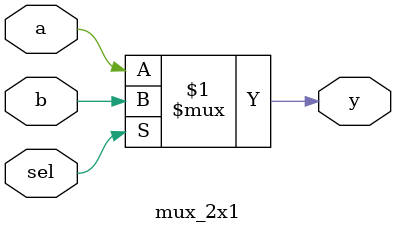
<source format=v>
module mux_2x1 (
    input  a,
    input  b,
    input  sel,
    output y
);
    assign y = sel ? b : a;
endmodule

</source>
